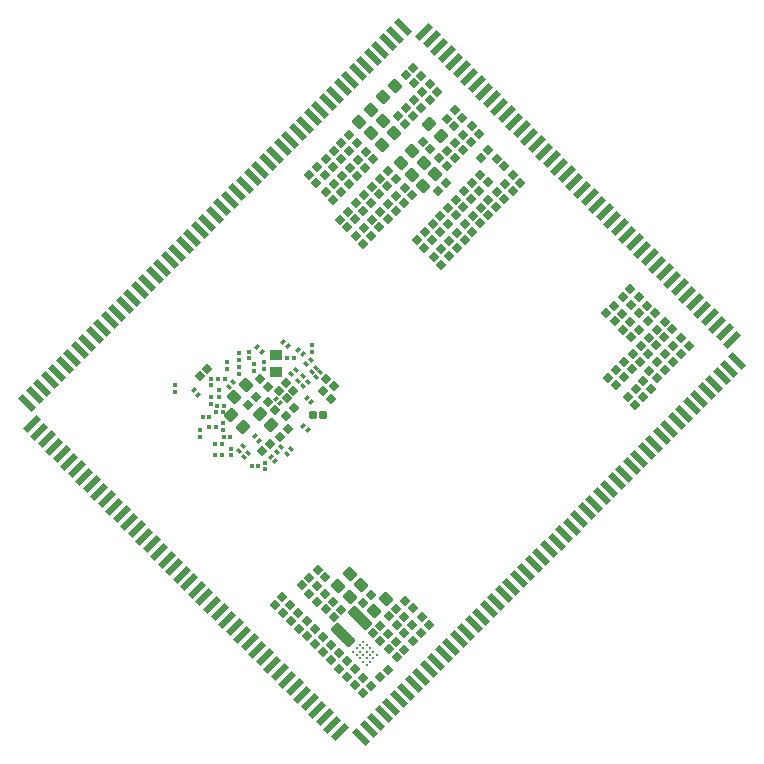
<source format=gbr>
%TF.GenerationSoftware,KiCad,Pcbnew,8.0.0-rc1*%
%TF.CreationDate,2025-03-14T10:19:50+03:00*%
%TF.ProjectId,SMX66_V1.0,534d5836-365f-4563-912e-302e6b696361,rev?*%
%TF.SameCoordinates,Original*%
%TF.FileFunction,Soldermask,Bot*%
%TF.FilePolarity,Negative*%
%FSLAX46Y46*%
G04 Gerber Fmt 4.6, Leading zero omitted, Abs format (unit mm)*
G04 Created by KiCad (PCBNEW 8.0.0-rc1) date 2025-03-14 10:19:50*
%MOMM*%
%LPD*%
G01*
G04 APERTURE LIST*
G04 Aperture macros list*
%AMRoundRect*
0 Rectangle with rounded corners*
0 $1 Rounding radius*
0 $2 $3 $4 $5 $6 $7 $8 $9 X,Y pos of 4 corners*
0 Add a 4 corners polygon primitive as box body*
4,1,4,$2,$3,$4,$5,$6,$7,$8,$9,$2,$3,0*
0 Add four circle primitives for the rounded corners*
1,1,$1+$1,$2,$3*
1,1,$1+$1,$4,$5*
1,1,$1+$1,$6,$7*
1,1,$1+$1,$8,$9*
0 Add four rect primitives between the rounded corners*
20,1,$1+$1,$2,$3,$4,$5,0*
20,1,$1+$1,$4,$5,$6,$7,0*
20,1,$1+$1,$6,$7,$8,$9,0*
20,1,$1+$1,$8,$9,$2,$3,0*%
G04 Aperture macros list end*
%ADD10RoundRect,0.040000X-0.707107X0.353553X0.353553X-0.707107X0.707107X-0.353553X-0.353553X0.707107X0*%
%ADD11RoundRect,0.040000X-0.353553X-0.707107X0.707107X0.353553X0.353553X0.707107X-0.707107X-0.353553X0*%
%ADD12RoundRect,0.050000X-0.194419X0.017713X0.017713X-0.194419X0.194419X-0.017713X-0.017713X0.194419X0*%
%ADD13RoundRect,0.050000X0.601041X-0.035355X-0.035355X0.601041X-0.601041X0.035355X0.035355X-0.601041X0*%
%ADD14RoundRect,0.050000X-0.388909X0.000000X0.000000X-0.388909X0.388909X0.000000X0.000000X0.388909X0*%
%ADD15RoundRect,0.050000X0.000000X0.388909X-0.388909X0.000000X0.000000X-0.388909X0.388909X0.000000X0*%
%ADD16RoundRect,0.050000X0.388909X0.000000X0.000000X0.388909X-0.388909X0.000000X0.000000X-0.388909X0*%
%ADD17RoundRect,0.050000X0.000000X-0.388909X0.388909X0.000000X0.000000X0.388909X-0.388909X0.000000X0*%
%ADD18RoundRect,0.050000X0.150000X0.124950X-0.150000X0.124950X-0.150000X-0.124950X0.150000X-0.124950X0*%
%ADD19RoundRect,0.050000X0.017713X0.194419X-0.194419X-0.017713X-0.017713X-0.194419X0.194419X0.017713X0*%
%ADD20RoundRect,0.050000X-0.601041X0.035355X0.035355X-0.601041X0.601041X-0.035355X-0.035355X0.601041X0*%
%ADD21RoundRect,0.050000X0.194419X-0.017713X-0.017713X0.194419X-0.194419X0.017713X0.017713X-0.194419X0*%
%ADD22RoundRect,0.050000X-0.124950X0.150000X-0.124950X-0.150000X0.124950X-0.150000X0.124950X0.150000X0*%
%ADD23RoundRect,0.050000X-0.035355X-0.601041X0.601041X0.035355X0.035355X0.601041X-0.601041X-0.035355X0*%
%ADD24RoundRect,0.050000X0.124950X-0.150000X0.124950X0.150000X-0.124950X0.150000X-0.124950X-0.150000X0*%
%ADD25C,0.290000*%
%ADD26RoundRect,0.050000X-0.150000X-0.124950X0.150000X-0.124950X0.150000X0.124950X-0.150000X0.124950X0*%
%ADD27RoundRect,0.050000X-0.017713X-0.194419X0.194419X0.017713X0.017713X0.194419X-0.194419X-0.017713X0*%
%ADD28RoundRect,0.050000X-0.275000X-0.275000X0.275000X-0.275000X0.275000X0.275000X-0.275000X0.275000X0*%
%ADD29RoundRect,0.101600X-0.954594X0.459619X0.459619X-0.954594X0.954594X-0.459619X-0.459619X0.954594X0*%
%ADD30RoundRect,0.050000X-0.450000X-0.400000X0.450000X-0.400000X0.450000X0.400000X-0.450000X0.400000X0*%
G04 APERTURE END LIST*
D10*
%TO.C,U1*%
X146376438Y-64025579D03*
X145740042Y-64661975D03*
X145103646Y-65298371D03*
X144467250Y-65934767D03*
X143830855Y-66571162D03*
X143194457Y-67207560D03*
X142558061Y-67843956D03*
X141921665Y-68480352D03*
X141285269Y-69116748D03*
X140648873Y-69753144D03*
X140012477Y-70389540D03*
X139376081Y-71025936D03*
X138739685Y-71662332D03*
X138103289Y-72298728D03*
X137466893Y-72935124D03*
X136830496Y-73571521D03*
X136194101Y-74207916D03*
X135557704Y-74844313D03*
X134921308Y-75480709D03*
X134284912Y-76117105D03*
X133648516Y-76753501D03*
X133012120Y-77389897D03*
X132375724Y-78026293D03*
X131739329Y-78662688D03*
X131102932Y-79299085D03*
X130466535Y-79935482D03*
X129830140Y-80571877D03*
X129193743Y-81208274D03*
X128557347Y-81844670D03*
X127920951Y-82481066D03*
X127284555Y-83117462D03*
X126648159Y-83753858D03*
X126011763Y-84390254D03*
X125375368Y-85026649D03*
X124738970Y-85663047D03*
X124102574Y-86299443D03*
X123466179Y-86935838D03*
X122829782Y-87572235D03*
X122193386Y-88208631D03*
X121556990Y-88845027D03*
X120920594Y-89481423D03*
X120284198Y-90117819D03*
X119647802Y-90754215D03*
X119011406Y-91390611D03*
X118375009Y-92027008D03*
X117738613Y-92663404D03*
X117102217Y-93299800D03*
X116465821Y-93936196D03*
X115829425Y-94572592D03*
X115193029Y-95208988D03*
X114556633Y-95845384D03*
D11*
X114945543Y-97648506D03*
X115581939Y-98284903D03*
X116218334Y-98921298D03*
X116854730Y-99557695D03*
X117491126Y-100194091D03*
X118127522Y-100830487D03*
X118763918Y-101466883D03*
X119400315Y-102103279D03*
X120036711Y-102739675D03*
X120673107Y-103376070D03*
X121309504Y-104012467D03*
X121945900Y-104648864D03*
X122582295Y-105285259D03*
X123218691Y-105921656D03*
X123855087Y-106558052D03*
X124491483Y-107194448D03*
X125127879Y-107830844D03*
X125764276Y-108467240D03*
X126400671Y-109103635D03*
X127037068Y-109740031D03*
X127673465Y-110376429D03*
X128309860Y-111012824D03*
X128946256Y-111649220D03*
X129582652Y-112285617D03*
X130219048Y-112922013D03*
X130855444Y-113558409D03*
X131491840Y-114194805D03*
X132128237Y-114831201D03*
X132764632Y-115467596D03*
X133401029Y-116103993D03*
X134037426Y-116740390D03*
X134673821Y-117376785D03*
X135310217Y-118013182D03*
X135946613Y-118649578D03*
X136583009Y-119285974D03*
X137219405Y-119922370D03*
X137855802Y-120558766D03*
X138492198Y-121195162D03*
X139128593Y-121831557D03*
X139764991Y-122467954D03*
X140401387Y-123104351D03*
X141037782Y-123740746D03*
D10*
X142840904Y-124129655D03*
X143477300Y-123493259D03*
X144113697Y-122856863D03*
X144750093Y-122220467D03*
X145386489Y-121584071D03*
X146022885Y-120947675D03*
X146659281Y-120311279D03*
X147295677Y-119674882D03*
X147932073Y-119038486D03*
X148568469Y-118402090D03*
X149204865Y-117765694D03*
X149841261Y-117129298D03*
X150477658Y-116492902D03*
X151114054Y-115856506D03*
X151750450Y-115220110D03*
X152386846Y-114583714D03*
X153023242Y-113947318D03*
X153659638Y-113310921D03*
X154296034Y-112674525D03*
X154932430Y-112038129D03*
X155568826Y-111401733D03*
X156205222Y-110765337D03*
X156841619Y-110128941D03*
X157478015Y-109492545D03*
X158114411Y-108856149D03*
X158750807Y-108219753D03*
X159387203Y-107583357D03*
X160023599Y-106946960D03*
X160659995Y-106310564D03*
X161296391Y-105674168D03*
X161932787Y-105037772D03*
X162569184Y-104401376D03*
X163205580Y-103764980D03*
X163841976Y-103128584D03*
X164478372Y-102492188D03*
X165114768Y-101855792D03*
X165751164Y-101219395D03*
X166387560Y-100582999D03*
X167023956Y-99946603D03*
X167660352Y-99310207D03*
X168296748Y-98673811D03*
X168933145Y-98037415D03*
X169569541Y-97401019D03*
X170205937Y-96764623D03*
X170842333Y-96128227D03*
X171478729Y-95491831D03*
X172115125Y-94855434D03*
X172751521Y-94219038D03*
X173387917Y-93582642D03*
X174024313Y-92946246D03*
X174660709Y-92309850D03*
D11*
X174271801Y-90506728D03*
X173635405Y-89870332D03*
X172999009Y-89233936D03*
X172362612Y-88597539D03*
X171726216Y-87961143D03*
X171089820Y-87324747D03*
X170453424Y-86688351D03*
X169817028Y-86051955D03*
X169180632Y-85415559D03*
X168544236Y-84779163D03*
X167907840Y-84142767D03*
X167271444Y-83506371D03*
X166635047Y-82869974D03*
X165998651Y-82233578D03*
X165362255Y-81597182D03*
X164725859Y-80960786D03*
X164089463Y-80324390D03*
X163453067Y-79687994D03*
X162816671Y-79051598D03*
X162180275Y-78415202D03*
X161543879Y-77778806D03*
X160907483Y-77142410D03*
X160271086Y-76506013D03*
X159634690Y-75869617D03*
X158998294Y-75233221D03*
X158361898Y-74596825D03*
X157725502Y-73960429D03*
X157089106Y-73324033D03*
X156452710Y-72687637D03*
X155816314Y-72051241D03*
X155179918Y-71414845D03*
X154543522Y-70778449D03*
X153907125Y-70142052D03*
X153270729Y-69505656D03*
X152634333Y-68869260D03*
X151997937Y-68232864D03*
X151361541Y-67596468D03*
X150725145Y-66960072D03*
X150088749Y-66323676D03*
X149452353Y-65687280D03*
X148815957Y-65050884D03*
X148179561Y-64414488D03*
%TD*%
D12*
%TO.C,C1301*%
X132890484Y-100433574D03*
X133279534Y-100044524D03*
%TD*%
D13*
%TO.C,C23*%
X144675435Y-72017515D03*
X143685485Y-73007465D03*
%TD*%
D14*
%TO.C,C3832*%
X168587641Y-91735943D03*
X169224181Y-92372473D03*
%TD*%
D15*
%TO.C,C1000*%
X135114615Y-99300965D03*
X134478085Y-99937505D03*
%TD*%
D14*
%TO.C,C10*%
X166745485Y-93997465D03*
X167382025Y-94633995D03*
%TD*%
%TO.C,C1409*%
X142398726Y-81741142D03*
X143035266Y-82377672D03*
%TD*%
%TO.C,C1703*%
X143750460Y-80339196D03*
X144387000Y-80975726D03*
%TD*%
%TO.C,C1702*%
X141868945Y-75960925D03*
X142505485Y-76597455D03*
%TD*%
D16*
%TO.C,R2250*%
X154953755Y-75815735D03*
X154317225Y-75179205D03*
%TD*%
D15*
%TO.C,C3*%
X140963755Y-117009195D03*
X140327225Y-117645735D03*
%TD*%
D17*
%TO.C,R29*%
X147288955Y-68773995D03*
X147925485Y-68137465D03*
%TD*%
D18*
%TO.C,C1704*%
X131510505Y-92419972D03*
X131510505Y-92970172D03*
%TD*%
D16*
%TO.C,C3818*%
X152845485Y-77867465D03*
X152208945Y-77230935D03*
%TD*%
D14*
%TO.C,R24*%
X150827215Y-73809195D03*
X151463745Y-74445725D03*
%TD*%
D12*
%TO.C,C1101*%
X139010965Y-93611985D03*
X139400015Y-93222935D03*
%TD*%
D15*
%TO.C,R4003*%
X138443760Y-110649200D03*
X137807230Y-111285730D03*
%TD*%
D19*
%TO.C,C1509*%
X135204165Y-100412945D03*
X135593215Y-100801995D03*
%TD*%
D15*
%TO.C,R4004*%
X141173755Y-113359195D03*
X140537225Y-113995725D03*
%TD*%
D16*
%TO.C,C40*%
X141812025Y-74514005D03*
X141175485Y-73877475D03*
%TD*%
D13*
%TO.C,C32*%
X147180460Y-74552490D03*
X146190510Y-75542440D03*
%TD*%
D19*
%TO.C,C1105*%
X138224785Y-95396145D03*
X138613835Y-95785195D03*
%TD*%
D20*
%TO.C,C2301*%
X140905535Y-111317473D03*
X141895485Y-110327523D03*
%TD*%
D12*
%TO.C,C1102*%
X138660965Y-93261985D03*
X139050015Y-92872935D03*
%TD*%
%TO.C,C1106*%
X137929225Y-94428955D03*
X138318275Y-94039905D03*
%TD*%
D21*
%TO.C,C1209*%
X137327665Y-93023915D03*
X136938615Y-93412965D03*
%TD*%
%TO.C,C1701*%
X132009603Y-94075183D03*
X131620553Y-94464233D03*
%TD*%
D17*
%TO.C,R4*%
X143038955Y-120413995D03*
X143675485Y-119777465D03*
%TD*%
D14*
%TO.C,C3815*%
X150317215Y-82129195D03*
X150953755Y-82765725D03*
%TD*%
D15*
%TO.C,C3821*%
X164962672Y-88287458D03*
X164326142Y-88923998D03*
%TD*%
D22*
%TO.C,C1205*%
X129441252Y-97028435D03*
X129991452Y-97028435D03*
%TD*%
D16*
%TO.C,C3805*%
X148173755Y-82715735D03*
X147537215Y-82079205D03*
%TD*%
D17*
%TO.C,C4000*%
X139145485Y-112667465D03*
X139782015Y-112030925D03*
%TD*%
D13*
%TO.C,C39*%
X143695435Y-71047515D03*
X142705485Y-72037465D03*
%TD*%
D17*
%TO.C,C3854*%
X166384402Y-88245726D03*
X167020932Y-87609186D03*
%TD*%
D23*
%TO.C,C1018*%
X132827520Y-97879010D03*
X131837570Y-96889060D03*
%TD*%
D15*
%TO.C,C1008*%
X133913555Y-95361595D03*
X133277025Y-95998135D03*
%TD*%
D14*
%TO.C,C2253*%
X152957215Y-79319195D03*
X153593755Y-79955725D03*
%TD*%
D24*
%TO.C,C1406*%
X137128838Y-92075435D03*
X136578638Y-92075435D03*
%TD*%
D25*
%TO.C,U2*%
X143302885Y-118047675D03*
X143585728Y-117764833D03*
X143868570Y-117481991D03*
X144151413Y-117199147D03*
X143020043Y-117764833D03*
X143302885Y-117481990D03*
X143585728Y-117199147D03*
X143868571Y-116916305D03*
X142737201Y-117481991D03*
X143020043Y-117199147D03*
X143302885Y-116916305D03*
X143585729Y-116633461D03*
X142454357Y-117199147D03*
X142737200Y-116916305D03*
X143020042Y-116633461D03*
X143302885Y-116350619D03*
X142171515Y-116916305D03*
X142454357Y-116633462D03*
X142737200Y-116350619D03*
X143020043Y-116067777D03*
%TD*%
D16*
%TO.C,C1208*%
X141665485Y-80967465D03*
X141028945Y-80330935D03*
%TD*%
D19*
%TO.C,R1713*%
X128660955Y-94772935D03*
X129050005Y-95161985D03*
%TD*%
D26*
%TO.C,C1721*%
X130097345Y-94357128D03*
X130097345Y-93806928D03*
%TD*%
D14*
%TO.C,C1204*%
X146517215Y-77619195D03*
X147153755Y-78255725D03*
%TD*%
D17*
%TO.C,C1400*%
X138977215Y-116275735D03*
X139613745Y-115639195D03*
%TD*%
D18*
%TO.C,C1207*%
X129201150Y-98172372D03*
X129201150Y-98722572D03*
%TD*%
D16*
%TO.C,C29*%
X145773753Y-76845517D03*
X145137213Y-76208987D03*
%TD*%
%TO.C,C41*%
X141142025Y-75194005D03*
X140505485Y-74557475D03*
%TD*%
D27*
%TO.C,C1604*%
X136616677Y-91050617D03*
X136227627Y-90661567D03*
%TD*%
D16*
%TO.C,C3803*%
X149535485Y-81367465D03*
X148898945Y-80730935D03*
%TD*%
D18*
%TO.C,C1508*%
X134738039Y-100902372D03*
X134738039Y-101452572D03*
%TD*%
D16*
%TO.C,C18*%
X145075485Y-77517465D03*
X144438945Y-76880935D03*
%TD*%
D14*
%TO.C,C20*%
X142555485Y-75287465D03*
X143192025Y-75923995D03*
%TD*%
D24*
%TO.C,C1402*%
X131744038Y-98704835D03*
X131193838Y-98704835D03*
%TD*%
D15*
%TO.C,R1206*%
X141625485Y-117697465D03*
X140988955Y-118333995D03*
%TD*%
D12*
%TO.C,C1717*%
X132468225Y-99915355D03*
X132857275Y-99526305D03*
%TD*%
D22*
%TO.C,C1203*%
X130650392Y-96107465D03*
X131200592Y-96107465D03*
%TD*%
D16*
%TO.C,R23*%
X150723755Y-72405735D03*
X150087225Y-71769205D03*
%TD*%
D14*
%TO.C,C3812*%
X151607215Y-80699195D03*
X152243755Y-81335725D03*
%TD*%
D17*
%TO.C,C3831*%
X165704615Y-87545943D03*
X166341145Y-86909403D03*
%TD*%
D16*
%TO.C,C1016*%
X148703755Y-74365735D03*
X148067215Y-73729205D03*
%TD*%
%TO.C,C3838*%
X169174616Y-89592686D03*
X168538076Y-88956156D03*
%TD*%
D15*
%TO.C,C37*%
X147253755Y-67459195D03*
X146617225Y-68095735D03*
%TD*%
D14*
%TO.C,R11*%
X145844620Y-114671145D03*
X146481150Y-115307675D03*
%TD*%
D15*
%TO.C,C4003*%
X137532015Y-113640925D03*
X136895485Y-114277465D03*
%TD*%
D17*
%TO.C,C3844*%
X167094828Y-88886160D03*
X167731358Y-88249620D03*
%TD*%
D15*
%TO.C,R4005*%
X140493755Y-112679195D03*
X139857225Y-113315725D03*
%TD*%
D14*
%TO.C,C31*%
X151508945Y-73120935D03*
X152145485Y-73757465D03*
%TD*%
%TO.C,C1720*%
X143080460Y-81039196D03*
X143717000Y-81675726D03*
%TD*%
D15*
%TO.C,R1205*%
X147891150Y-115329410D03*
X147254620Y-115965940D03*
%TD*%
D14*
%TO.C,R16*%
X163747857Y-93699401D03*
X164384387Y-94335931D03*
%TD*%
D24*
%TO.C,C1700*%
X131312238Y-93802635D03*
X130762038Y-93802635D03*
%TD*%
D15*
%TO.C,C1109*%
X137146615Y-96303765D03*
X136510085Y-96940305D03*
%TD*%
D16*
%TO.C,C1001*%
X147201374Y-113235724D03*
X146564834Y-112599194D03*
%TD*%
D14*
%TO.C,C1011*%
X146637215Y-70899195D03*
X147273755Y-71535725D03*
%TD*%
%TO.C,C35*%
X141188945Y-76640925D03*
X141825485Y-77277455D03*
%TD*%
%TO.C,C1214*%
X144458730Y-79657466D03*
X145095270Y-80293996D03*
%TD*%
D16*
%TO.C,R25*%
X152843755Y-73075735D03*
X152207225Y-72439205D03*
%TD*%
D22*
%TO.C,C1510*%
X133599592Y-101191665D03*
X134149792Y-101191665D03*
%TD*%
D16*
%TO.C,C3801*%
X150845485Y-79957465D03*
X150208945Y-79320935D03*
%TD*%
%TO.C,C3835*%
X168514398Y-90302270D03*
X167877858Y-89665740D03*
%TD*%
D14*
%TO.C,C1410*%
X143225485Y-74597465D03*
X143862025Y-75233995D03*
%TD*%
%TO.C,C30*%
X150777215Y-71079195D03*
X151413755Y-71715725D03*
%TD*%
D16*
%TO.C,C1211*%
X140465485Y-75857465D03*
X139828945Y-75220935D03*
%TD*%
D23*
%TO.C,C16*%
X149610460Y-73232440D03*
X148620510Y-72242490D03*
%TD*%
D14*
%TO.C,C3840*%
X169957215Y-90356152D03*
X170593755Y-90992682D03*
%TD*%
D17*
%TO.C,C2*%
X144447215Y-119065735D03*
X145083745Y-118429195D03*
%TD*%
D14*
%TO.C,C1006*%
X134928015Y-95793395D03*
X135564555Y-96429925D03*
%TD*%
D18*
%TO.C,C1718*%
X131799145Y-99725142D03*
X131799145Y-100275342D03*
%TD*%
D26*
%TO.C,C1210*%
X130138905Y-95916558D03*
X130138905Y-95366358D03*
%TD*%
D14*
%TO.C,C38*%
X147317215Y-70219195D03*
X147953755Y-70855725D03*
%TD*%
D16*
%TO.C,C3802*%
X151505485Y-79277465D03*
X150868945Y-78640935D03*
%TD*%
D13*
%TO.C,C33*%
X148140460Y-75522490D03*
X147150510Y-76512440D03*
%TD*%
D16*
%TO.C,C3817*%
X150195485Y-80667465D03*
X149558945Y-80030935D03*
%TD*%
D19*
%TO.C,C1100*%
X137954625Y-97773715D03*
X138343675Y-98162765D03*
%TD*%
D14*
%TO.C,C2252*%
X155025485Y-77277465D03*
X155662025Y-77913995D03*
%TD*%
D16*
%TO.C,C2250*%
X153565485Y-77167465D03*
X152928945Y-76530935D03*
%TD*%
D15*
%TO.C,C3837*%
X166331155Y-89659403D03*
X165694625Y-90295943D03*
%TD*%
D16*
%TO.C,C13*%
X166474615Y-92355943D03*
X165838075Y-91719413D03*
%TD*%
%TO.C,C3809*%
X148853755Y-82035735D03*
X148217215Y-81399205D03*
%TD*%
%TO.C,C1707*%
X143017215Y-79585737D03*
X142380675Y-78949207D03*
%TD*%
D20*
%TO.C,C6*%
X143965485Y-113467465D03*
X144955435Y-112477515D03*
%TD*%
D13*
%TO.C,C22*%
X149100460Y-76492490D03*
X148110510Y-77482440D03*
%TD*%
D14*
%TO.C,R2302*%
X139187215Y-109989195D03*
X139823745Y-110625725D03*
%TD*%
D17*
%TO.C,C7*%
X143015485Y-112777465D03*
X143652015Y-112140925D03*
%TD*%
%TO.C,R7*%
X142348955Y-119733995D03*
X142985485Y-119097465D03*
%TD*%
D14*
%TO.C,C1602*%
X140517215Y-77339195D03*
X141153755Y-77975725D03*
%TD*%
%TO.C,C1010*%
X145957215Y-71579195D03*
X146593755Y-72215725D03*
%TD*%
D17*
%TO.C,C3822*%
X164976352Y-86867670D03*
X165612882Y-86231130D03*
%TD*%
D14*
%TO.C,C3820*%
X152277215Y-80009195D03*
X152913755Y-80645725D03*
%TD*%
D19*
%TO.C,C1017*%
X133832575Y-98677235D03*
X134221625Y-99066285D03*
%TD*%
D14*
%TO.C,R1100*%
X139887215Y-93799195D03*
X140523745Y-94435725D03*
%TD*%
%TO.C,C1007*%
X135918615Y-94802795D03*
X136555155Y-95439325D03*
%TD*%
%TO.C,C1004*%
X147964399Y-113979405D03*
X148600939Y-114615935D03*
%TD*%
D12*
%TO.C,C1107*%
X137497425Y-93997155D03*
X137886475Y-93608105D03*
%TD*%
D24*
%TO.C,C1401*%
X131032838Y-100228831D03*
X130482638Y-100228831D03*
%TD*%
D15*
%TO.C,C3841*%
X164232452Y-87611132D03*
X163595922Y-88247672D03*
%TD*%
D14*
%TO.C,R30*%
X148007215Y-69549195D03*
X148643745Y-70185725D03*
%TD*%
%TO.C,R2251*%
X154317215Y-77949195D03*
X154953745Y-78585725D03*
%TD*%
D16*
%TO.C,R2252*%
X156332015Y-77223995D03*
X155695485Y-76587465D03*
%TD*%
D14*
%TO.C,C34*%
X145817215Y-78289195D03*
X146453755Y-78925725D03*
%TD*%
D22*
%TO.C,C1213*%
X130570337Y-96607710D03*
X131120537Y-96607710D03*
%TD*%
D16*
%TO.C,C3843*%
X167834398Y-90982270D03*
X167197858Y-90345740D03*
%TD*%
D17*
%TO.C,C1724*%
X129160235Y-93572135D03*
X129796765Y-92935595D03*
%TD*%
D15*
%TO.C,C4002*%
X138223755Y-114309195D03*
X137587225Y-114945735D03*
%TD*%
D14*
%TO.C,C3808*%
X149647215Y-82809195D03*
X150283755Y-83445725D03*
%TD*%
D17*
%TO.C,C4009*%
X135537215Y-112915735D03*
X136173745Y-112279195D03*
%TD*%
D13*
%TO.C,C15*%
X145700460Y-68982490D03*
X144710510Y-69972440D03*
%TD*%
D16*
%TO.C,C11*%
X166052025Y-96003995D03*
X165415485Y-95367465D03*
%TD*%
D28*
%TO.C,C1103*%
X138730985Y-96860659D03*
X139631182Y-96860652D03*
%TD*%
D26*
%TO.C,C1404*%
X138657145Y-91512328D03*
X138657145Y-90962128D03*
%TD*%
%TO.C,C1722*%
X130783090Y-95322571D03*
X130783090Y-94772371D03*
%TD*%
D16*
%TO.C,C3806*%
X152163755Y-78575735D03*
X151527215Y-77939205D03*
%TD*%
D12*
%TO.C,C1300*%
X136552405Y-100169225D03*
X136941455Y-99780175D03*
%TD*%
D14*
%TO.C,C25*%
X145142026Y-78977240D03*
X145778566Y-79613770D03*
%TD*%
D15*
%TO.C,C4*%
X140293755Y-116329195D03*
X139657225Y-116965735D03*
%TD*%
D14*
%TO.C,C1104*%
X139617215Y-94849195D03*
X140253755Y-95485725D03*
%TD*%
D16*
%TO.C,C1603*%
X143707000Y-78905736D03*
X143070460Y-78269206D03*
%TD*%
D26*
%TO.C,C1600*%
X132526450Y-92208401D03*
X132526450Y-91658201D03*
%TD*%
D16*
%TO.C,C1723*%
X142347000Y-80275736D03*
X141710460Y-79639206D03*
%TD*%
%TO.C,C9*%
X147151155Y-114625725D03*
X146514615Y-113989195D03*
%TD*%
%TO.C,C1706*%
X139055485Y-77217465D03*
X138418945Y-76580935D03*
%TD*%
D17*
%TO.C,R5*%
X141667215Y-119035735D03*
X142303745Y-118399205D03*
%TD*%
D26*
%TO.C,C1407*%
X131113290Y-98116571D03*
X131113290Y-97566371D03*
%TD*%
D14*
%TO.C,C1019*%
X150147215Y-74479195D03*
X150783755Y-75115725D03*
%TD*%
D17*
%TO.C,C8*%
X145164615Y-113919633D03*
X145801145Y-113283093D03*
%TD*%
D29*
%TO.C,L1*%
X141290511Y-115522439D03*
X142775485Y-114037465D03*
%TD*%
D26*
%TO.C,C1716*%
X127065485Y-94902558D03*
X127065485Y-94352358D03*
%TD*%
%TO.C,C1601*%
X133323090Y-92045971D03*
X133323090Y-91495771D03*
%TD*%
D14*
%TO.C,C2254*%
X153617215Y-78629195D03*
X154253755Y-79265725D03*
%TD*%
%TO.C,C3819*%
X148987215Y-83509195D03*
X149623755Y-84145725D03*
%TD*%
%TO.C,C3810*%
X150977215Y-81429195D03*
X151613755Y-82065725D03*
%TD*%
D16*
%TO.C,C1206*%
X139765485Y-76547465D03*
X139128945Y-75910935D03*
%TD*%
D15*
%TO.C,C1015*%
X150023537Y-77239193D03*
X149387007Y-77875733D03*
%TD*%
D27*
%TO.C,C1800*%
X134457465Y-91507955D03*
X134068415Y-91118905D03*
%TD*%
D15*
%TO.C,R9*%
X144451155Y-114699405D03*
X143814625Y-115335935D03*
%TD*%
D24*
%TO.C,C1408*%
X130524838Y-97917435D03*
X129974638Y-97917435D03*
%TD*%
D16*
%TO.C,C12*%
X165754397Y-92995941D03*
X165117857Y-92359411D03*
%TD*%
D14*
%TO.C,C3845*%
X167220161Y-93117673D03*
X167856701Y-93754203D03*
%TD*%
D16*
%TO.C,C1108*%
X137113955Y-94829735D03*
X136477415Y-94193205D03*
%TD*%
D14*
%TO.C,C1719*%
X139848945Y-78020925D03*
X140485485Y-78657455D03*
%TD*%
D13*
%TO.C,C42*%
X145620460Y-73002490D03*
X144630510Y-73992440D03*
%TD*%
D24*
%TO.C,C1403*%
X131025578Y-99337465D03*
X130475378Y-99337465D03*
%TD*%
D16*
%TO.C,C14*%
X167164615Y-91675943D03*
X166528075Y-91039413D03*
%TD*%
D12*
%TO.C,C1212*%
X138208625Y-92574755D03*
X138597675Y-92185705D03*
%TD*%
D16*
%TO.C,R31*%
X149302015Y-69483995D03*
X148665485Y-68847465D03*
%TD*%
D13*
%TO.C,C1014*%
X133097860Y-94322700D03*
X132107910Y-95312650D03*
%TD*%
D12*
%TO.C,C1900*%
X135686710Y-99989424D03*
X136075760Y-99600374D03*
%TD*%
D14*
%TO.C,R14*%
X166105485Y-94707465D03*
X166742015Y-95343995D03*
%TD*%
%TO.C,C1020*%
X149447215Y-75149195D03*
X150083755Y-75785725D03*
%TD*%
D15*
%TO.C,R6*%
X146511155Y-116749405D03*
X145874625Y-117385935D03*
%TD*%
D16*
%TO.C,R15*%
X165074397Y-93665941D03*
X164437867Y-93029411D03*
%TD*%
D15*
%TO.C,C4001*%
X138913755Y-114979195D03*
X138277225Y-115615735D03*
%TD*%
D17*
%TO.C,R4006*%
X138467215Y-111985735D03*
X139103745Y-111349205D03*
%TD*%
D26*
%TO.C,C1012*%
X134618545Y-92960128D03*
X134618545Y-92409928D03*
%TD*%
D20*
%TO.C,C4005*%
X141870520Y-112282440D03*
X142860470Y-111292490D03*
%TD*%
D15*
%TO.C,C4004*%
X136853755Y-112959195D03*
X136217225Y-113595735D03*
%TD*%
D26*
%TO.C,C1517*%
X133805690Y-93112771D03*
X133805690Y-92562571D03*
%TD*%
D15*
%TO.C,C3829*%
X165612885Y-88997675D03*
X164976355Y-89634215D03*
%TD*%
D14*
%TO.C,C3828*%
X167910377Y-92417673D03*
X168546917Y-93054203D03*
%TD*%
D26*
%TO.C,C1705*%
X132526505Y-93376558D03*
X132526505Y-92826358D03*
%TD*%
D15*
%TO.C,C5*%
X145111155Y-115389405D03*
X144474625Y-116025945D03*
%TD*%
D14*
%TO.C,C1013*%
X134318415Y-93837595D03*
X134954955Y-94474125D03*
%TD*%
D19*
%TO.C,C1005*%
X135610565Y-95485345D03*
X135999615Y-95874395D03*
%TD*%
D14*
%TO.C,C3839*%
X169287858Y-91045730D03*
X169924398Y-91682260D03*
%TD*%
D16*
%TO.C,C21*%
X144395485Y-78197465D03*
X143758945Y-77560935D03*
%TD*%
D17*
%TO.C,C1002*%
X136002075Y-98692905D03*
X136638605Y-98056365D03*
%TD*%
D15*
%TO.C,C2251*%
X153603758Y-74458978D03*
X152967228Y-75095518D03*
%TD*%
D23*
%TO.C,C1003*%
X135237860Y-97732650D03*
X134247910Y-96742700D03*
%TD*%
D27*
%TO.C,C1405*%
X137911865Y-91736555D03*
X137522815Y-91347505D03*
%TD*%
D16*
%TO.C,C36*%
X142482025Y-73834005D03*
X141845485Y-73197475D03*
%TD*%
D30*
%TO.C,C1009*%
X135609145Y-93207235D03*
X135609145Y-91807235D03*
%TD*%
D17*
%TO.C,R10*%
X145174615Y-116705945D03*
X145811145Y-116069415D03*
%TD*%
M02*

</source>
